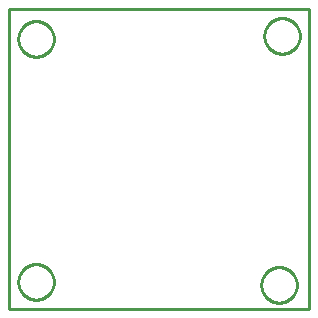
<source format=gbr>
G04 EAGLE Gerber X2 export*
%TF.Part,Single*%
%TF.FileFunction,Profile,NP*%
%TF.FilePolarity,Positive*%
%TF.GenerationSoftware,Autodesk,EAGLE,9.1.2*%
%TF.CreationDate,2020-01-29T09:53:54Z*%
G75*
%MOMM*%
%FSLAX34Y34*%
%LPD*%
%AMOC8*
5,1,8,0,0,1.08239X$1,22.5*%
G01*
%ADD10C,0.254000*%


D10*
X0Y0D02*
X254087Y0D01*
X254087Y253900D01*
X0Y253900D01*
X0Y0D01*
X37860Y228064D02*
X37784Y226996D01*
X37631Y225935D01*
X37403Y224888D01*
X37101Y223860D01*
X36727Y222856D01*
X36282Y221881D01*
X35768Y220941D01*
X35189Y220040D01*
X34547Y219182D01*
X33845Y218372D01*
X33088Y217615D01*
X32278Y216913D01*
X31420Y216271D01*
X30519Y215692D01*
X29579Y215178D01*
X28604Y214733D01*
X27600Y214359D01*
X26572Y214057D01*
X25525Y213829D01*
X24464Y213676D01*
X23396Y213600D01*
X22324Y213600D01*
X21256Y213676D01*
X20195Y213829D01*
X19148Y214057D01*
X18120Y214359D01*
X17116Y214733D01*
X16141Y215178D01*
X15201Y215692D01*
X14300Y216271D01*
X13442Y216913D01*
X12632Y217615D01*
X11875Y218372D01*
X11173Y219182D01*
X10531Y220040D01*
X9952Y220941D01*
X9438Y221881D01*
X8993Y222856D01*
X8619Y223860D01*
X8317Y224888D01*
X8089Y225935D01*
X7936Y226996D01*
X7860Y228064D01*
X7860Y229136D01*
X7936Y230204D01*
X8089Y231265D01*
X8317Y232312D01*
X8619Y233340D01*
X8993Y234344D01*
X9438Y235319D01*
X9952Y236259D01*
X10531Y237160D01*
X11173Y238018D01*
X11875Y238828D01*
X12632Y239585D01*
X13442Y240287D01*
X14300Y240929D01*
X15201Y241508D01*
X16141Y242022D01*
X17116Y242467D01*
X18120Y242841D01*
X19148Y243143D01*
X20195Y243371D01*
X21256Y243524D01*
X22324Y243600D01*
X23396Y243600D01*
X24464Y243524D01*
X25525Y243371D01*
X26572Y243143D01*
X27600Y242841D01*
X28604Y242467D01*
X29579Y242022D01*
X30519Y241508D01*
X31420Y240929D01*
X32278Y240287D01*
X33088Y239585D01*
X33845Y238828D01*
X34547Y238018D01*
X35189Y237160D01*
X35768Y236259D01*
X36282Y235319D01*
X36727Y234344D01*
X37101Y233340D01*
X37403Y232312D01*
X37631Y231265D01*
X37784Y230204D01*
X37860Y229136D01*
X37860Y228064D01*
X246140Y230604D02*
X246064Y229536D01*
X245911Y228475D01*
X245683Y227428D01*
X245381Y226400D01*
X245007Y225396D01*
X244562Y224421D01*
X244048Y223481D01*
X243469Y222580D01*
X242827Y221722D01*
X242125Y220912D01*
X241368Y220155D01*
X240558Y219453D01*
X239700Y218811D01*
X238799Y218232D01*
X237859Y217718D01*
X236884Y217273D01*
X235880Y216899D01*
X234852Y216597D01*
X233805Y216369D01*
X232744Y216216D01*
X231676Y216140D01*
X230604Y216140D01*
X229536Y216216D01*
X228475Y216369D01*
X227428Y216597D01*
X226400Y216899D01*
X225396Y217273D01*
X224421Y217718D01*
X223481Y218232D01*
X222580Y218811D01*
X221722Y219453D01*
X220912Y220155D01*
X220155Y220912D01*
X219453Y221722D01*
X218811Y222580D01*
X218232Y223481D01*
X217718Y224421D01*
X217273Y225396D01*
X216899Y226400D01*
X216597Y227428D01*
X216369Y228475D01*
X216216Y229536D01*
X216140Y230604D01*
X216140Y231676D01*
X216216Y232744D01*
X216369Y233805D01*
X216597Y234852D01*
X216899Y235880D01*
X217273Y236884D01*
X217718Y237859D01*
X218232Y238799D01*
X218811Y239700D01*
X219453Y240558D01*
X220155Y241368D01*
X220912Y242125D01*
X221722Y242827D01*
X222580Y243469D01*
X223481Y244048D01*
X224421Y244562D01*
X225396Y245007D01*
X226400Y245381D01*
X227428Y245683D01*
X228475Y245911D01*
X229536Y246064D01*
X230604Y246140D01*
X231676Y246140D01*
X232744Y246064D01*
X233805Y245911D01*
X234852Y245683D01*
X235880Y245381D01*
X236884Y245007D01*
X237859Y244562D01*
X238799Y244048D01*
X239700Y243469D01*
X240558Y242827D01*
X241368Y242125D01*
X242125Y241368D01*
X242827Y240558D01*
X243469Y239700D01*
X244048Y238799D01*
X244562Y237859D01*
X245007Y236884D01*
X245381Y235880D01*
X245683Y234852D01*
X245911Y233805D01*
X246064Y232744D01*
X246140Y231676D01*
X246140Y230604D01*
X243600Y19784D02*
X243524Y18716D01*
X243371Y17655D01*
X243143Y16608D01*
X242841Y15580D01*
X242467Y14576D01*
X242022Y13601D01*
X241508Y12661D01*
X240929Y11760D01*
X240287Y10902D01*
X239585Y10092D01*
X238828Y9335D01*
X238018Y8633D01*
X237160Y7991D01*
X236259Y7412D01*
X235319Y6898D01*
X234344Y6453D01*
X233340Y6079D01*
X232312Y5777D01*
X231265Y5549D01*
X230204Y5396D01*
X229136Y5320D01*
X228064Y5320D01*
X226996Y5396D01*
X225935Y5549D01*
X224888Y5777D01*
X223860Y6079D01*
X222856Y6453D01*
X221881Y6898D01*
X220941Y7412D01*
X220040Y7991D01*
X219182Y8633D01*
X218372Y9335D01*
X217615Y10092D01*
X216913Y10902D01*
X216271Y11760D01*
X215692Y12661D01*
X215178Y13601D01*
X214733Y14576D01*
X214359Y15580D01*
X214057Y16608D01*
X213829Y17655D01*
X213676Y18716D01*
X213600Y19784D01*
X213600Y20856D01*
X213676Y21924D01*
X213829Y22985D01*
X214057Y24032D01*
X214359Y25060D01*
X214733Y26064D01*
X215178Y27039D01*
X215692Y27979D01*
X216271Y28880D01*
X216913Y29738D01*
X217615Y30548D01*
X218372Y31305D01*
X219182Y32007D01*
X220040Y32649D01*
X220941Y33228D01*
X221881Y33742D01*
X222856Y34187D01*
X223860Y34561D01*
X224888Y34863D01*
X225935Y35091D01*
X226996Y35244D01*
X228064Y35320D01*
X229136Y35320D01*
X230204Y35244D01*
X231265Y35091D01*
X232312Y34863D01*
X233340Y34561D01*
X234344Y34187D01*
X235319Y33742D01*
X236259Y33228D01*
X237160Y32649D01*
X238018Y32007D01*
X238828Y31305D01*
X239585Y30548D01*
X240287Y29738D01*
X240929Y28880D01*
X241508Y27979D01*
X242022Y27039D01*
X242467Y26064D01*
X242841Y25060D01*
X243143Y24032D01*
X243371Y22985D01*
X243524Y21924D01*
X243600Y20856D01*
X243600Y19784D01*
X37860Y22324D02*
X37784Y21256D01*
X37631Y20195D01*
X37403Y19148D01*
X37101Y18120D01*
X36727Y17116D01*
X36282Y16141D01*
X35768Y15201D01*
X35189Y14300D01*
X34547Y13442D01*
X33845Y12632D01*
X33088Y11875D01*
X32278Y11173D01*
X31420Y10531D01*
X30519Y9952D01*
X29579Y9438D01*
X28604Y8993D01*
X27600Y8619D01*
X26572Y8317D01*
X25525Y8089D01*
X24464Y7936D01*
X23396Y7860D01*
X22324Y7860D01*
X21256Y7936D01*
X20195Y8089D01*
X19148Y8317D01*
X18120Y8619D01*
X17116Y8993D01*
X16141Y9438D01*
X15201Y9952D01*
X14300Y10531D01*
X13442Y11173D01*
X12632Y11875D01*
X11875Y12632D01*
X11173Y13442D01*
X10531Y14300D01*
X9952Y15201D01*
X9438Y16141D01*
X8993Y17116D01*
X8619Y18120D01*
X8317Y19148D01*
X8089Y20195D01*
X7936Y21256D01*
X7860Y22324D01*
X7860Y23396D01*
X7936Y24464D01*
X8089Y25525D01*
X8317Y26572D01*
X8619Y27600D01*
X8993Y28604D01*
X9438Y29579D01*
X9952Y30519D01*
X10531Y31420D01*
X11173Y32278D01*
X11875Y33088D01*
X12632Y33845D01*
X13442Y34547D01*
X14300Y35189D01*
X15201Y35768D01*
X16141Y36282D01*
X17116Y36727D01*
X18120Y37101D01*
X19148Y37403D01*
X20195Y37631D01*
X21256Y37784D01*
X22324Y37860D01*
X23396Y37860D01*
X24464Y37784D01*
X25525Y37631D01*
X26572Y37403D01*
X27600Y37101D01*
X28604Y36727D01*
X29579Y36282D01*
X30519Y35768D01*
X31420Y35189D01*
X32278Y34547D01*
X33088Y33845D01*
X33845Y33088D01*
X34547Y32278D01*
X35189Y31420D01*
X35768Y30519D01*
X36282Y29579D01*
X36727Y28604D01*
X37101Y27600D01*
X37403Y26572D01*
X37631Y25525D01*
X37784Y24464D01*
X37860Y23396D01*
X37860Y22324D01*
M02*

</source>
